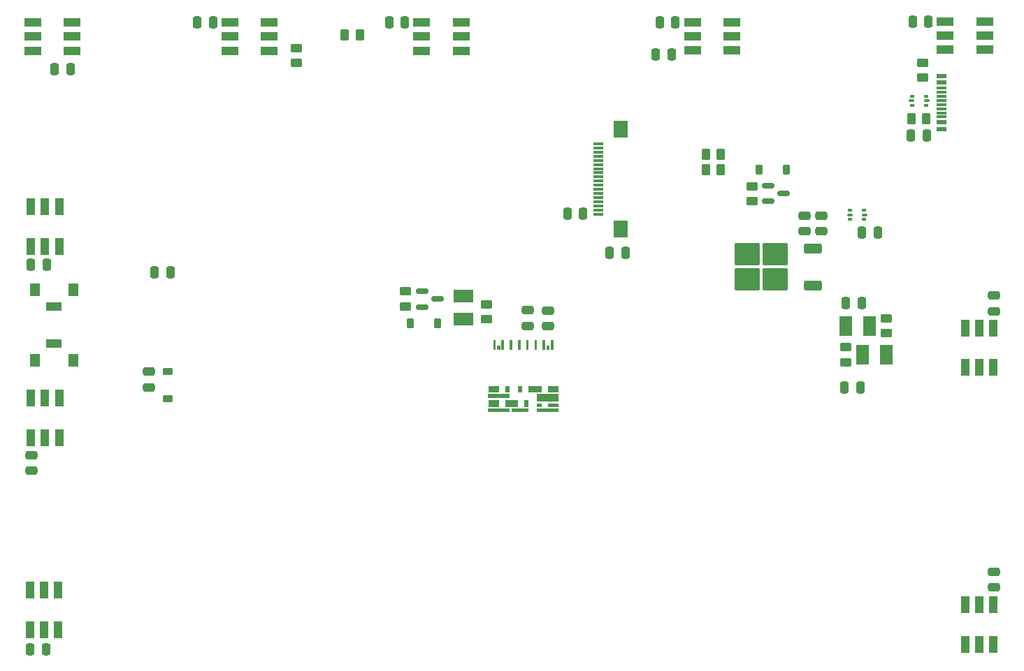
<source format=gbr>
%TF.GenerationSoftware,KiCad,Pcbnew,9.0.1*%
%TF.CreationDate,2025-10-25T19:21:56-04:00*%
%TF.ProjectId,Portal Box 5.1,506f7274-616c-4204-926f-7820352e312e,rev?*%
%TF.SameCoordinates,PX54c81a0PY7eef1e0*%
%TF.FileFunction,Paste,Top*%
%TF.FilePolarity,Positive*%
%FSLAX46Y46*%
G04 Gerber Fmt 4.6, Leading zero omitted, Abs format (unit mm)*
G04 Created by KiCad (PCBNEW 9.0.1) date 2025-10-25 19:21:56*
%MOMM*%
%LPD*%
G01*
G04 APERTURE LIST*
G04 Aperture macros list*
%AMRoundRect*
0 Rectangle with rounded corners*
0 $1 Rounding radius*
0 $2 $3 $4 $5 $6 $7 $8 $9 X,Y pos of 4 corners*
0 Add a 4 corners polygon primitive as box body*
4,1,4,$2,$3,$4,$5,$6,$7,$8,$9,$2,$3,0*
0 Add four circle primitives for the rounded corners*
1,1,$1+$1,$2,$3*
1,1,$1+$1,$4,$5*
1,1,$1+$1,$6,$7*
1,1,$1+$1,$8,$9*
0 Add four rect primitives between the rounded corners*
20,1,$1+$1,$2,$3,$4,$5,0*
20,1,$1+$1,$4,$5,$6,$7,0*
20,1,$1+$1,$6,$7,$8,$9,0*
20,1,$1+$1,$8,$9,$2,$3,0*%
G04 Aperture macros list end*
%ADD10C,0.000000*%
%ADD11RoundRect,0.250000X0.450000X-0.262500X0.450000X0.262500X-0.450000X0.262500X-0.450000X-0.262500X0*%
%ADD12R,2.400000X1.600000*%
%ADD13RoundRect,0.250000X1.275000X1.125000X-1.275000X1.125000X-1.275000X-1.125000X1.275000X-1.125000X0*%
%ADD14RoundRect,0.250000X0.850000X0.350000X-0.850000X0.350000X-0.850000X-0.350000X0.850000X-0.350000X0*%
%ADD15RoundRect,0.250000X-0.250000X-0.475000X0.250000X-0.475000X0.250000X0.475000X-0.250000X0.475000X0*%
%ADD16RoundRect,0.250000X0.250000X0.475000X-0.250000X0.475000X-0.250000X-0.475000X0.250000X-0.475000X0*%
%ADD17R,2.000000X1.100000*%
%ADD18RoundRect,0.225000X-0.375000X0.225000X-0.375000X-0.225000X0.375000X-0.225000X0.375000X0.225000X0*%
%ADD19RoundRect,0.225000X-0.225000X-0.375000X0.225000X-0.375000X0.225000X0.375000X-0.225000X0.375000X0*%
%ADD20R,1.100000X2.000000*%
%ADD21RoundRect,0.250000X-0.450000X0.262500X-0.450000X-0.262500X0.450000X-0.262500X0.450000X0.262500X0*%
%ADD22RoundRect,0.093750X0.156250X0.093750X-0.156250X0.093750X-0.156250X-0.093750X0.156250X-0.093750X0*%
%ADD23RoundRect,0.075000X0.250000X0.075000X-0.250000X0.075000X-0.250000X-0.075000X0.250000X-0.075000X0*%
%ADD24RoundRect,0.150000X-0.587500X-0.150000X0.587500X-0.150000X0.587500X0.150000X-0.587500X0.150000X0*%
%ADD25RoundRect,0.250000X0.475000X-0.250000X0.475000X0.250000X-0.475000X0.250000X-0.475000X-0.250000X0*%
%ADD26RoundRect,0.250000X-0.262500X-0.450000X0.262500X-0.450000X0.262500X0.450000X-0.262500X0.450000X0*%
%ADD27RoundRect,0.250000X-0.475000X0.250000X-0.475000X-0.250000X0.475000X-0.250000X0.475000X0.250000X0*%
%ADD28RoundRect,0.250000X0.262500X0.450000X-0.262500X0.450000X-0.262500X-0.450000X0.262500X-0.450000X0*%
%ADD29RoundRect,0.093750X-0.156250X-0.093750X0.156250X-0.093750X0.156250X0.093750X-0.156250X0.093750X0*%
%ADD30RoundRect,0.075000X-0.250000X-0.075000X0.250000X-0.075000X0.250000X0.075000X-0.250000X0.075000X0*%
%ADD31R,1.600000X2.400000*%
%ADD32R,1.150000X0.600000*%
%ADD33R,1.150000X0.300000*%
%ADD34R,1.300000X0.300000*%
%ADD35R,1.800000X2.000000*%
%ADD36R,1.900000X1.000000*%
%ADD37R,1.300000X1.500000*%
G04 APERTURE END LIST*
D10*
%TO.C,U3*%
G36*
X60070000Y32800550D02*
G01*
X57450000Y32800550D01*
X57450000Y33340450D01*
X60070000Y33340450D01*
X60070000Y32800550D01*
G37*
G36*
X60070000Y31139950D02*
G01*
X57450000Y31139950D01*
X57450000Y31540550D01*
X60070000Y31540550D01*
X60070000Y31139950D01*
G37*
G36*
X58728000Y33539950D02*
G01*
X57453000Y33539950D01*
X57453000Y34240550D01*
X58728000Y34240550D01*
X58728000Y33539950D01*
G37*
G36*
X58350000Y38689950D02*
G01*
X58050000Y38689950D01*
X58050000Y39889950D01*
X58350000Y39889950D01*
X58350000Y38689950D01*
G37*
G36*
X58900000Y38689950D02*
G01*
X58500000Y38689950D01*
X58500000Y39189950D01*
X58900000Y39189950D01*
X58900000Y38689950D01*
G37*
G36*
X58722700Y32662750D02*
G01*
X58697300Y32662750D01*
X58697300Y32688250D01*
X58722700Y32688250D01*
X58722700Y32662750D01*
G37*
G36*
X58728000Y31740550D02*
G01*
X57453000Y31740550D01*
X57453000Y32600550D01*
X58728000Y32600550D01*
X58728000Y31740550D01*
G37*
G36*
X59350000Y38689950D02*
G01*
X59050000Y38689950D01*
X59050000Y39889950D01*
X59350000Y39889950D01*
X59350000Y38689950D01*
G37*
G36*
X61025000Y31740550D02*
G01*
X59525000Y31740550D01*
X59525000Y32600550D01*
X61025000Y32600550D01*
X61025000Y31740550D01*
G37*
G36*
X60073000Y33539950D02*
G01*
X59528000Y33539950D01*
X59528000Y34239950D01*
X60073000Y34239950D01*
X60073000Y33539950D01*
G37*
G36*
X62328000Y31139950D02*
G01*
X60273000Y31139950D01*
X60273000Y31539950D01*
X62328000Y31540550D01*
X62328000Y31139950D01*
G37*
G36*
X60350000Y38649950D02*
G01*
X60050000Y38649950D01*
X60050000Y39849950D01*
X60350000Y39849950D01*
X60350000Y38649950D01*
G37*
G36*
X61528000Y34239950D02*
G01*
X61528000Y33539950D01*
X61073000Y33539950D01*
X61073000Y34240550D01*
X61528000Y34239950D01*
G37*
G36*
X61350000Y38649950D02*
G01*
X61050000Y38649950D01*
X61050000Y39849950D01*
X61350000Y39849950D01*
X61350000Y38649950D01*
G37*
G36*
X62325000Y31740550D02*
G01*
X61825000Y31740550D01*
X61825000Y32600550D01*
X62325000Y32600550D01*
X62325000Y31740550D01*
G37*
G36*
X62350000Y38649950D02*
G01*
X62050000Y38649950D01*
X62050000Y39849950D01*
X62350000Y39849950D01*
X62350000Y38649950D01*
G37*
G36*
X65950000Y32389950D02*
G01*
X63330000Y32389950D01*
X63330000Y33339950D01*
X65950000Y33339950D01*
X65950000Y32389950D01*
G37*
G36*
X63350000Y38649950D02*
G01*
X63050000Y38649950D01*
X63050000Y39849950D01*
X63350000Y39849950D01*
X63350000Y38649950D01*
G37*
G36*
X63925000Y33539950D02*
G01*
X62325000Y33539950D01*
X62325000Y34240550D01*
X63925000Y34240550D01*
X63925000Y33539950D01*
G37*
G36*
X63928000Y31740050D02*
G01*
X63333000Y31740550D01*
X63333000Y32189950D01*
X63928000Y32189950D01*
X63928000Y31740050D01*
G37*
G36*
X64350000Y38689950D02*
G01*
X64050000Y38689950D01*
X64050000Y39889950D01*
X64350000Y39889950D01*
X64350000Y38689950D01*
G37*
G36*
X64702700Y32662750D02*
G01*
X64677300Y32662750D01*
X64677300Y32688250D01*
X64702700Y32688250D01*
X64702700Y32662750D01*
G37*
G36*
X64900000Y38689950D02*
G01*
X64500000Y38689950D01*
X64500000Y39189950D01*
X64900000Y39189950D01*
X64900000Y38689950D01*
G37*
G36*
X65350000Y38689950D02*
G01*
X65050000Y38689950D01*
X65050000Y39889950D01*
X65350000Y39889950D01*
X65350000Y38689950D01*
G37*
G36*
X65950000Y31139950D02*
G01*
X63330000Y31139950D01*
X63330000Y31539950D01*
X65950000Y31540550D01*
X65950000Y31139950D01*
G37*
G36*
X65953000Y33539950D02*
G01*
X64728000Y33539950D01*
X64728000Y34240550D01*
X65953000Y34240550D01*
X65953000Y33539950D01*
G37*
G36*
X65953000Y31740050D02*
G01*
X64728000Y31740050D01*
X64728000Y32189950D01*
X65953000Y32189950D01*
X65953000Y31740050D01*
G37*
%TD*%
D11*
%TO.C,R8*%
X57250000Y44200000D03*
X57250000Y42375000D03*
%TD*%
D12*
%TO.C,D14*%
X54475000Y45225000D03*
X54475000Y42375000D03*
%TD*%
D13*
%TO.C,U4*%
X92175000Y47195000D03*
X92175000Y50245000D03*
X88825000Y47195000D03*
X88825000Y50245000D03*
D14*
X96800000Y46440000D03*
X96800000Y51000000D03*
%TD*%
D15*
%TO.C,C15*%
X1970000Y2400000D03*
X3870000Y2400000D03*
%TD*%
D16*
%TO.C,C19*%
X68950000Y55180000D03*
X67050000Y55180000D03*
%TD*%
D17*
%TO.C,D2*%
X30950000Y74957500D03*
X30950000Y76657500D03*
X30950000Y78357500D03*
X26150000Y78357500D03*
X26150000Y76657500D03*
X26150000Y74957500D03*
%TD*%
D18*
%TO.C,D16*%
X18650000Y36075000D03*
X18650000Y32775000D03*
%TD*%
D15*
%TO.C,C16*%
X17050000Y48100000D03*
X18950000Y48100000D03*
%TD*%
D19*
%TO.C,D6*%
X90250000Y60550000D03*
X93550000Y60550000D03*
%TD*%
D16*
%TO.C,C3*%
X104625000Y52875000D03*
X102725000Y52875000D03*
%TD*%
D20*
%TO.C,D10*%
X5467500Y32811666D03*
X3767500Y32811666D03*
X2067500Y32811666D03*
X2067500Y28011666D03*
X3767500Y28011666D03*
X5467500Y28011666D03*
%TD*%
D15*
%TO.C,C22*%
X77770000Y74460000D03*
X79670000Y74460000D03*
%TD*%
D21*
%TO.C,R2*%
X110100000Y73512500D03*
X110100000Y71687500D03*
%TD*%
D20*
%TO.C,D1*%
X115250000Y2975000D03*
X116950000Y2975000D03*
X118650000Y2975000D03*
X118650000Y7775000D03*
X116950000Y7775000D03*
X115250000Y7775000D03*
%TD*%
D22*
%TO.C,U2*%
X110500000Y68350000D03*
D23*
X110575000Y68887500D03*
D22*
X110500000Y69425000D03*
X108800000Y69425000D03*
D23*
X108725000Y68887500D03*
D22*
X108800000Y68350000D03*
%TD*%
D24*
%TO.C,Q2*%
X91375000Y58600000D03*
X91375000Y56700000D03*
X93250000Y57650000D03*
%TD*%
D15*
%TO.C,C9*%
X100620000Y34150000D03*
X102520000Y34150000D03*
%TD*%
D25*
%TO.C,C1*%
X118675000Y9900000D03*
X118675000Y11800000D03*
%TD*%
D16*
%TO.C,C7*%
X110780000Y78470000D03*
X108880000Y78470000D03*
%TD*%
D11*
%TO.C,R3*%
X47450000Y43937500D03*
X47450000Y45762500D03*
%TD*%
D26*
%TO.C,R1*%
X108712500Y66675000D03*
X110537500Y66675000D03*
%TD*%
D27*
%TO.C,C23*%
X16325000Y36025000D03*
X16325000Y34125000D03*
%TD*%
D16*
%TO.C,C18*%
X74060000Y50460000D03*
X72160000Y50460000D03*
%TD*%
D25*
%TO.C,C20*%
X95750000Y53050000D03*
X95750000Y54950000D03*
%TD*%
D15*
%TO.C,C8*%
X2050000Y48975000D03*
X3950000Y48975000D03*
%TD*%
D25*
%TO.C,C5*%
X118725000Y43375000D03*
X118725000Y45275000D03*
%TD*%
D17*
%TO.C,D5*%
X7067500Y74957500D03*
X7067500Y76657500D03*
X7067500Y78357500D03*
X2267500Y78357500D03*
X2267500Y76657500D03*
X2267500Y74957500D03*
%TD*%
D28*
%TO.C,R11*%
X85612500Y62400000D03*
X83787500Y62400000D03*
%TD*%
D16*
%TO.C,C10*%
X80125000Y78400000D03*
X78225000Y78400000D03*
%TD*%
D29*
%TO.C,U1*%
X101300000Y55587500D03*
D30*
X101225000Y55050000D03*
D29*
X101300000Y54512500D03*
X103000000Y54512500D03*
D30*
X103075000Y55050000D03*
D29*
X103000000Y55587500D03*
%TD*%
D11*
%TO.C,R4*%
X89400000Y56687500D03*
X89400000Y58512500D03*
%TD*%
%TO.C,R5*%
X34210000Y73457500D03*
X34210000Y75282500D03*
%TD*%
D17*
%TO.C,D7*%
X117580000Y75077500D03*
X117580000Y76777500D03*
X117580000Y78477500D03*
X112780000Y78477500D03*
X112780000Y76777500D03*
X112780000Y75077500D03*
%TD*%
D28*
%TO.C,R10*%
X85612500Y60500000D03*
X83787500Y60500000D03*
%TD*%
D31*
%TO.C,D15*%
X102800000Y38075000D03*
X105650000Y38075000D03*
%TD*%
D20*
%TO.C,D12*%
X5342500Y9573333D03*
X3642500Y9573333D03*
X1942500Y9573333D03*
X1942500Y4773333D03*
X3642500Y4773333D03*
X5342500Y4773333D03*
%TD*%
D15*
%TO.C,C17*%
X100775000Y44375000D03*
X102675000Y44375000D03*
%TD*%
D32*
%TO.C,J2*%
X112357500Y65472500D03*
X112357500Y66272500D03*
D33*
X112357500Y67422500D03*
X112357500Y68422500D03*
X112357500Y68922500D03*
X112357500Y69922500D03*
D32*
X112362500Y71072500D03*
X112357500Y71872500D03*
X112357500Y71872500D03*
X112357500Y71072500D03*
D33*
X112357500Y70422500D03*
X112357500Y69422500D03*
X112357500Y67922500D03*
X112357500Y66922500D03*
D32*
X112362500Y66272500D03*
X112357500Y65472500D03*
%TD*%
D25*
%TO.C,C21*%
X97790000Y53045000D03*
X97790000Y54945000D03*
%TD*%
D17*
%TO.C,D11*%
X54200000Y74957500D03*
X54200000Y76657500D03*
X54200000Y78357500D03*
X49400000Y78357500D03*
X49400000Y76657500D03*
X49400000Y74957500D03*
%TD*%
D34*
%TO.C,J4*%
X70750000Y55150000D03*
X70750000Y55650000D03*
X70750000Y56150000D03*
X70750000Y56650000D03*
X70750000Y57150000D03*
X70750000Y57650000D03*
X70750000Y58150000D03*
X70750000Y58650000D03*
X70750000Y59150000D03*
X70750000Y59650000D03*
X70750000Y60150000D03*
X70750000Y60650000D03*
X70750000Y61150000D03*
X70750000Y61650000D03*
X70750000Y62150000D03*
X70750000Y62650000D03*
X70750000Y63150000D03*
X70750000Y63650000D03*
D35*
X73500000Y53350000D03*
X73500000Y65450000D03*
%TD*%
D31*
%TO.C,D13*%
X103625000Y41560000D03*
X100775000Y41560000D03*
%TD*%
D24*
%TO.C,Q1*%
X49475000Y45775000D03*
X49475000Y43875000D03*
X51350000Y44825000D03*
%TD*%
D16*
%TO.C,C2*%
X24100000Y78350000D03*
X22200000Y78350000D03*
%TD*%
%TO.C,C4*%
X110575000Y64675000D03*
X108675000Y64675000D03*
%TD*%
D11*
%TO.C,R7*%
X105675000Y40697500D03*
X105675000Y42522500D03*
%TD*%
D19*
%TO.C,D3*%
X48050000Y41900000D03*
X51350000Y41900000D03*
%TD*%
D25*
%TO.C,C13*%
X62200000Y41575000D03*
X62200000Y43475000D03*
%TD*%
D11*
%TO.C,R9*%
X100725000Y37187500D03*
X100725000Y39012500D03*
%TD*%
D16*
%TO.C,C14*%
X47350000Y78350000D03*
X45450000Y78350000D03*
%TD*%
D15*
%TO.C,C6*%
X4925000Y72725000D03*
X6825000Y72725000D03*
%TD*%
D20*
%TO.C,D4*%
X115250000Y36525000D03*
X116950000Y36525000D03*
X118650000Y36525000D03*
X118650000Y41325000D03*
X116950000Y41325000D03*
X115250000Y41325000D03*
%TD*%
D27*
%TO.C,C11*%
X2080000Y25910000D03*
X2080000Y24010000D03*
%TD*%
D17*
%TO.C,D9*%
X87000000Y75007500D03*
X87000000Y76707500D03*
X87000000Y78407500D03*
X82200000Y78407500D03*
X82200000Y76707500D03*
X82200000Y75007500D03*
%TD*%
D36*
%TO.C,SW1*%
X4825000Y43950000D03*
X4825000Y39450000D03*
D37*
X2575000Y37400000D03*
X7175000Y37400000D03*
X7175000Y46000000D03*
X2575000Y46000000D03*
%TD*%
D26*
%TO.C,R6*%
X40087500Y76900000D03*
X41912500Y76900000D03*
%TD*%
D20*
%TO.C,D8*%
X5467500Y56050000D03*
X3767500Y56050000D03*
X2067500Y56050000D03*
X2067500Y51250000D03*
X3767500Y51250000D03*
X5467500Y51250000D03*
%TD*%
D25*
%TO.C,C12*%
X64725000Y41525000D03*
X64725000Y43425000D03*
%TD*%
M02*

</source>
